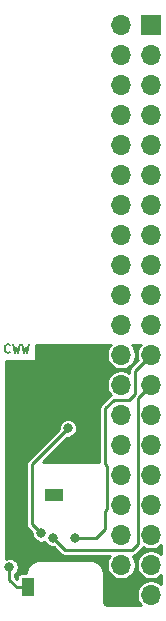
<source format=gbr>
G04 #@! TF.GenerationSoftware,KiCad,Pcbnew,5.1.7-a382d34a8~87~ubuntu18.04.1*
G04 #@! TF.CreationDate,2021-02-14T20:43:55-05:00*
G04 #@! TF.ProjectId,FLASH_MOD,464c4153-485f-44d4-9f44-2e6b69636164,0*
G04 #@! TF.SameCoordinates,Original*
G04 #@! TF.FileFunction,Copper,L1,Top*
G04 #@! TF.FilePolarity,Positive*
%FSLAX46Y46*%
G04 Gerber Fmt 4.6, Leading zero omitted, Abs format (unit mm)*
G04 Created by KiCad (PCBNEW 5.1.7-a382d34a8~87~ubuntu18.04.1) date 2021-02-14 20:43:55*
%MOMM*%
%LPD*%
G01*
G04 APERTURE LIST*
G04 #@! TA.AperFunction,NonConductor*
%ADD10C,0.160000*%
G04 #@! TD*
G04 #@! TA.AperFunction,SMDPad,CuDef*
%ADD11R,1.600000X1.100000*%
G04 #@! TD*
G04 #@! TA.AperFunction,SMDPad,CuDef*
%ADD12R,1.100000X1.600000*%
G04 #@! TD*
G04 #@! TA.AperFunction,ComponentPad*
%ADD13O,1.700000X1.700000*%
G04 #@! TD*
G04 #@! TA.AperFunction,ComponentPad*
%ADD14R,1.700000X1.700000*%
G04 #@! TD*
G04 #@! TA.AperFunction,ViaPad*
%ADD15C,0.800000*%
G04 #@! TD*
G04 #@! TA.AperFunction,Conductor*
%ADD16C,0.254000*%
G04 #@! TD*
G04 #@! TA.AperFunction,Conductor*
%ADD17C,0.250000*%
G04 #@! TD*
G04 #@! TA.AperFunction,Conductor*
%ADD18C,0.100000*%
G04 #@! TD*
G04 APERTURE END LIST*
D10*
X206045666Y-67687000D02*
X206012333Y-67720333D01*
X205912333Y-67753666D01*
X205845666Y-67753666D01*
X205745666Y-67720333D01*
X205679000Y-67653666D01*
X205645666Y-67587000D01*
X205612333Y-67453666D01*
X205612333Y-67353666D01*
X205645666Y-67220333D01*
X205679000Y-67153666D01*
X205745666Y-67087000D01*
X205845666Y-67053666D01*
X205912333Y-67053666D01*
X206012333Y-67087000D01*
X206045666Y-67120333D01*
X206279000Y-67053666D02*
X206445666Y-67753666D01*
X206579000Y-67253666D01*
X206712333Y-67753666D01*
X206879000Y-67053666D01*
X207079000Y-67053666D02*
X207245666Y-67753666D01*
X207379000Y-67253666D01*
X207512333Y-67753666D01*
X207679000Y-67053666D01*
D11*
G04 #@! TO.P,TP1,1*
G04 #@! TO.N,+3V3*
X209800000Y-79850000D03*
G04 #@! TD*
D12*
G04 #@! TO.P,TP2,1*
G04 #@! TO.N,/WMCU_RTS*
X207550000Y-87600000D03*
G04 #@! TD*
D13*
G04 #@! TO.P,U101,10*
G04 #@! TO.N,N/C*
X215460000Y-50160000D03*
G04 #@! TO.P,U101,11*
X218000000Y-52700000D03*
G04 #@! TO.P,U101,12*
X215460000Y-52700000D03*
G04 #@! TO.P,U101,13*
X218000000Y-55240000D03*
G04 #@! TO.P,U101,2*
G04 #@! TO.N,+3V3*
X215460000Y-40000000D03*
G04 #@! TO.P,U101,4*
G04 #@! TO.N,N/C*
X215460000Y-42540000D03*
G04 #@! TO.P,U101,7*
X218000000Y-47620000D03*
G04 #@! TO.P,U101,3*
X218000000Y-42540000D03*
G04 #@! TO.P,U101,9*
X218000000Y-50160000D03*
D14*
G04 #@! TO.P,U101,1*
G04 #@! TO.N,GND*
X218000000Y-40000000D03*
D13*
G04 #@! TO.P,U101,8*
G04 #@! TO.N,N/C*
X215460000Y-47620000D03*
G04 #@! TO.P,U101,5*
X218000000Y-45080000D03*
G04 #@! TO.P,U101,6*
X215460000Y-45080000D03*
G04 #@! TO.P,U101,14*
X215460000Y-55240000D03*
G04 #@! TO.P,U101,15*
X218000000Y-57780000D03*
G04 #@! TO.P,U101,16*
X215460000Y-57780000D03*
G04 #@! TO.P,U101,17*
X218000000Y-60320000D03*
G04 #@! TO.P,U101,18*
X215460000Y-60320000D03*
G04 #@! TO.P,U101,19*
X218000000Y-62860000D03*
G04 #@! TO.P,U101,20*
X215460000Y-62860000D03*
G04 #@! TO.P,U101,21*
X218000000Y-65400000D03*
G04 #@! TO.P,U101,22*
X215460000Y-65400000D03*
G04 #@! TO.P,U101,23*
G04 #@! TO.N,/~LCD_CS*
X218000000Y-67940000D03*
G04 #@! TO.P,U101,24*
G04 #@! TO.N,SPI_SCK*
X215460000Y-67940000D03*
G04 #@! TO.P,U101,25*
G04 #@! TO.N,/LCD_DC*
X218000000Y-70480000D03*
G04 #@! TO.P,U101,26*
G04 #@! TO.N,Net-(JP101-Pad1)*
X215460000Y-70480000D03*
G04 #@! TO.P,U101,27*
G04 #@! TO.N,SPI_MOSI*
X218000000Y-73020000D03*
G04 #@! TO.P,U101,28*
G04 #@! TO.N,Net-(JP102-Pad1)*
X215460000Y-73020000D03*
G04 #@! TO.P,U101,29*
G04 #@! TO.N,N/C*
X218000000Y-75560000D03*
G04 #@! TO.P,U101,30*
X215460000Y-75560000D03*
G04 #@! TO.P,U101,31*
X218000000Y-78100000D03*
G04 #@! TO.P,U101,32*
G04 #@! TO.N,SPI_MISO*
X215460000Y-78100000D03*
G04 #@! TO.P,U101,33*
G04 #@! TO.N,SPI_SCK*
X218000000Y-80640000D03*
G04 #@! TO.P,U101,34*
G04 #@! TO.N,SPI_MOSI*
X215460000Y-80640000D03*
G04 #@! TO.P,U101,35*
G04 #@! TO.N,N/C*
X218000000Y-83180000D03*
G04 #@! TO.P,U101,36*
X215460000Y-83180000D03*
G04 #@! TO.P,U101,37*
X218000000Y-85720000D03*
G04 #@! TO.P,U101,38*
X215460000Y-85720000D03*
G04 #@! TO.P,U101,39*
X218000000Y-88260000D03*
G04 #@! TO.P,U101,40*
G04 #@! TO.N,GND*
X215460000Y-88260000D03*
G04 #@! TD*
D15*
G04 #@! TO.N,GND*
X207137000Y-77089000D03*
X211201000Y-69977000D03*
X207137000Y-74041000D03*
G04 #@! TO.N,/WMCU_RTS*
X205994000Y-85915500D03*
G04 #@! TO.N,/LCD_DC*
X209697303Y-83469454D03*
G04 #@! TO.N,/~LCD_CS*
X211582000Y-83439000D03*
G04 #@! TO.N,Net-(JP1-Pad2)*
X210947000Y-74168000D03*
X208661000Y-83058000D03*
G04 #@! TD*
D16*
G04 #@! TO.N,GND*
X207137000Y-74041000D02*
X207137000Y-77089000D01*
X211201000Y-69977000D02*
X207137000Y-74041000D01*
X207137000Y-82931000D02*
X207137000Y-77089000D01*
X209169000Y-84963000D02*
X207137000Y-82931000D01*
X213420249Y-84963000D02*
X209169000Y-84963000D01*
X214122000Y-85664751D02*
X213420249Y-84963000D01*
X215460000Y-88260000D02*
X214122000Y-86922000D01*
X214122000Y-86922000D02*
X214122000Y-85664751D01*
D17*
G04 #@! TO.N,+3V3*
X215460000Y-40000000D02*
X215460000Y-40160000D01*
D16*
G04 #@! TO.N,/WMCU_RTS*
X207550000Y-87600000D02*
X206599000Y-87600000D01*
X205994000Y-86995000D02*
X205994000Y-85915500D01*
X206599000Y-87600000D02*
X205994000Y-86995000D01*
G04 #@! TO.N,/LCD_DC*
X218000000Y-70480000D02*
X216870599Y-71609401D01*
X216408000Y-84455000D02*
X210682849Y-84455000D01*
X216870599Y-83992401D02*
X216408000Y-84455000D01*
X216870599Y-71609401D02*
X216870599Y-83992401D01*
X210682849Y-84455000D02*
X209697303Y-83469454D01*
G04 #@! TO.N,/~LCD_CS*
X213360000Y-83439000D02*
X211582000Y-83439000D01*
X214122000Y-82677000D02*
X213360000Y-83439000D01*
X214265410Y-81030446D02*
X214122000Y-81173856D01*
X214122000Y-81173856D02*
X214122000Y-82677000D01*
X218000000Y-67940000D02*
X216662000Y-69278000D01*
X214841743Y-71755000D02*
X214122000Y-72474743D01*
X214122000Y-77185144D02*
X214265410Y-77328554D01*
X216662000Y-71230712D02*
X216137712Y-71755000D01*
X216137712Y-71755000D02*
X214841743Y-71755000D01*
X214265410Y-77328554D02*
X214265410Y-81030446D01*
X216662000Y-69278000D02*
X216662000Y-71230712D01*
X214122000Y-72474743D02*
X214122000Y-77185144D01*
G04 #@! TO.N,Net-(JP1-Pad2)*
X207899000Y-77216000D02*
X207899000Y-82296000D01*
X207899000Y-82296000D02*
X208661000Y-83058000D01*
X210947000Y-74168000D02*
X207899000Y-77216000D01*
G04 #@! TD*
G04 #@! TO.N,GND*
X214503820Y-67155283D02*
X214369102Y-67356903D01*
X214276307Y-67580931D01*
X214229000Y-67818757D01*
X214229000Y-68061243D01*
X214276307Y-68299069D01*
X214369102Y-68523097D01*
X214503820Y-68724717D01*
X214675283Y-68896180D01*
X214876903Y-69030898D01*
X215100931Y-69123693D01*
X215338757Y-69171000D01*
X215581243Y-69171000D01*
X215819069Y-69123693D01*
X216043097Y-69030898D01*
X216244717Y-68896180D01*
X216416180Y-68724717D01*
X216550898Y-68523097D01*
X216643693Y-68299069D01*
X216691000Y-68061243D01*
X216691000Y-67818757D01*
X216643693Y-67580931D01*
X216550898Y-67356903D01*
X216416180Y-67155283D01*
X216366897Y-67106000D01*
X217093103Y-67106000D01*
X217043820Y-67155283D01*
X216909102Y-67356903D01*
X216816307Y-67580931D01*
X216769000Y-67818757D01*
X216769000Y-68061243D01*
X216816307Y-68299069D01*
X216847413Y-68374167D01*
X216320435Y-68901145D01*
X216301052Y-68917052D01*
X216237571Y-68994405D01*
X216190399Y-69082658D01*
X216161351Y-69178416D01*
X216154399Y-69249000D01*
X216151543Y-69278000D01*
X216154000Y-69302944D01*
X216154000Y-69463205D01*
X216043097Y-69389102D01*
X215819069Y-69296307D01*
X215581243Y-69249000D01*
X215338757Y-69249000D01*
X215100931Y-69296307D01*
X214876903Y-69389102D01*
X214675283Y-69523820D01*
X214503820Y-69695283D01*
X214369102Y-69896903D01*
X214276307Y-70120931D01*
X214229000Y-70358757D01*
X214229000Y-70601243D01*
X214276307Y-70839069D01*
X214369102Y-71063097D01*
X214503820Y-71264717D01*
X214565659Y-71326556D01*
X214558147Y-71330571D01*
X214503553Y-71375376D01*
X214480795Y-71394052D01*
X214464893Y-71413430D01*
X213780435Y-72097888D01*
X213761052Y-72113795D01*
X213697571Y-72191148D01*
X213650399Y-72279401D01*
X213621351Y-72375159D01*
X213615270Y-72436903D01*
X213611543Y-72474743D01*
X213614000Y-72499687D01*
X213614001Y-77034000D01*
X208799420Y-77034000D01*
X210884421Y-74949000D01*
X211023922Y-74949000D01*
X211174809Y-74918987D01*
X211316942Y-74860113D01*
X211444859Y-74774642D01*
X211553642Y-74665859D01*
X211639113Y-74537942D01*
X211697987Y-74395809D01*
X211728000Y-74244922D01*
X211728000Y-74091078D01*
X211697987Y-73940191D01*
X211639113Y-73798058D01*
X211553642Y-73670141D01*
X211444859Y-73561358D01*
X211316942Y-73475887D01*
X211174809Y-73417013D01*
X211023922Y-73387000D01*
X210870078Y-73387000D01*
X210719191Y-73417013D01*
X210577058Y-73475887D01*
X210449141Y-73561358D01*
X210340358Y-73670141D01*
X210254887Y-73798058D01*
X210196013Y-73940191D01*
X210166000Y-74091078D01*
X210166000Y-74230579D01*
X207557435Y-76839145D01*
X207538052Y-76855052D01*
X207474571Y-76932405D01*
X207427399Y-77020658D01*
X207398351Y-77116416D01*
X207391582Y-77185144D01*
X207388543Y-77216000D01*
X207391000Y-77240944D01*
X207391001Y-82271046D01*
X207388543Y-82296000D01*
X207398352Y-82395584D01*
X207427400Y-82491343D01*
X207474571Y-82579595D01*
X207522150Y-82637570D01*
X207538053Y-82656948D01*
X207557430Y-82672850D01*
X207880000Y-82995420D01*
X207880000Y-83134922D01*
X207910013Y-83285809D01*
X207968887Y-83427942D01*
X208054358Y-83555859D01*
X208163141Y-83664642D01*
X208291058Y-83750113D01*
X208433191Y-83808987D01*
X208584078Y-83839000D01*
X208737922Y-83839000D01*
X208888809Y-83808987D01*
X208977395Y-83772293D01*
X209005190Y-83839396D01*
X209090661Y-83967313D01*
X209199444Y-84076096D01*
X209327361Y-84161567D01*
X209469494Y-84220441D01*
X209620381Y-84250454D01*
X209759883Y-84250454D01*
X210305994Y-84796565D01*
X210321901Y-84815948D01*
X210399254Y-84879429D01*
X210487506Y-84926601D01*
X210583264Y-84955649D01*
X210657902Y-84963000D01*
X210657905Y-84963000D01*
X210682849Y-84965457D01*
X210707793Y-84963000D01*
X214485300Y-84963000D01*
X214369102Y-85136903D01*
X214276307Y-85360931D01*
X214229000Y-85598757D01*
X214229000Y-85841243D01*
X214276307Y-86079069D01*
X214369102Y-86303097D01*
X214503820Y-86504717D01*
X214675283Y-86676180D01*
X214876903Y-86810898D01*
X215100931Y-86903693D01*
X215338757Y-86951000D01*
X215581243Y-86951000D01*
X215819069Y-86903693D01*
X216043097Y-86810898D01*
X216244717Y-86676180D01*
X216416180Y-86504717D01*
X216550898Y-86303097D01*
X216643693Y-86079069D01*
X216691000Y-85841243D01*
X216691000Y-85598757D01*
X216643693Y-85360931D01*
X216550898Y-85136903D01*
X216434592Y-84962838D01*
X216507585Y-84955649D01*
X216603343Y-84926601D01*
X216691595Y-84879429D01*
X216768948Y-84815948D01*
X216784855Y-84796565D01*
X217212164Y-84369256D01*
X217231547Y-84353349D01*
X217295028Y-84275996D01*
X217329109Y-84212236D01*
X217416903Y-84270898D01*
X217640931Y-84363693D01*
X217878757Y-84411000D01*
X218121243Y-84411000D01*
X218359069Y-84363693D01*
X218583097Y-84270898D01*
X218784717Y-84136180D01*
X218834501Y-84086396D01*
X218834501Y-84813604D01*
X218784717Y-84763820D01*
X218583097Y-84629102D01*
X218359069Y-84536307D01*
X218121243Y-84489000D01*
X217878757Y-84489000D01*
X217640931Y-84536307D01*
X217416903Y-84629102D01*
X217215283Y-84763820D01*
X217043820Y-84935283D01*
X216909102Y-85136903D01*
X216816307Y-85360931D01*
X216769000Y-85598757D01*
X216769000Y-85841243D01*
X216816307Y-86079069D01*
X216909102Y-86303097D01*
X217043820Y-86504717D01*
X217215283Y-86676180D01*
X217416903Y-86810898D01*
X217640931Y-86903693D01*
X217878757Y-86951000D01*
X218121243Y-86951000D01*
X218359069Y-86903693D01*
X218583097Y-86810898D01*
X218784717Y-86676180D01*
X218834501Y-86626396D01*
X218834501Y-87353604D01*
X218784717Y-87303820D01*
X218583097Y-87169102D01*
X218359069Y-87076307D01*
X218121243Y-87029000D01*
X217878757Y-87029000D01*
X217640931Y-87076307D01*
X217416903Y-87169102D01*
X217215283Y-87303820D01*
X217043820Y-87475283D01*
X216909102Y-87676903D01*
X216816307Y-87900931D01*
X216769000Y-88138757D01*
X216769000Y-88381243D01*
X216816307Y-88619069D01*
X216909102Y-88843097D01*
X217043820Y-89044717D01*
X217101431Y-89102328D01*
X214291847Y-89098976D01*
X214287074Y-89099440D01*
X214248610Y-89095669D01*
X214187155Y-89077115D01*
X214130472Y-89046976D01*
X214080725Y-89006403D01*
X214039800Y-88956935D01*
X214009270Y-88900469D01*
X213990286Y-88839140D01*
X213981534Y-88755875D01*
X213986040Y-86466681D01*
X213979928Y-86403346D01*
X213973314Y-86381387D01*
X213963575Y-86288727D01*
X213955722Y-86250471D01*
X213948401Y-86212093D01*
X213946662Y-86206331D01*
X213902686Y-86064265D01*
X213887546Y-86028248D01*
X213872914Y-85992033D01*
X213870094Y-85986729D01*
X213870090Y-85986721D01*
X213870085Y-85986714D01*
X213799356Y-85855901D01*
X213777504Y-85823504D01*
X213756121Y-85790828D01*
X213752318Y-85786164D01*
X213657521Y-85671576D01*
X213629787Y-85644035D01*
X213602472Y-85616142D01*
X213597835Y-85612305D01*
X213482588Y-85518313D01*
X213450092Y-85496722D01*
X213417821Y-85474626D01*
X213412530Y-85471765D01*
X213412522Y-85471761D01*
X213281219Y-85401946D01*
X213245081Y-85387051D01*
X213209198Y-85371671D01*
X213203453Y-85369892D01*
X213203447Y-85369890D01*
X213061080Y-85326908D01*
X213022803Y-85319329D01*
X212984550Y-85311198D01*
X212978567Y-85310569D01*
X212978565Y-85310569D01*
X212830558Y-85296057D01*
X212830552Y-85296057D01*
X212810182Y-85294026D01*
X208576847Y-85288976D01*
X208513516Y-85295137D01*
X208489266Y-85302462D01*
X208399227Y-85311925D01*
X208360971Y-85319778D01*
X208322593Y-85327099D01*
X208316831Y-85328838D01*
X208174765Y-85372814D01*
X208138748Y-85387954D01*
X208102533Y-85402586D01*
X208097229Y-85405406D01*
X208097221Y-85405410D01*
X208097214Y-85405415D01*
X207966401Y-85476144D01*
X207934004Y-85497996D01*
X207901328Y-85519379D01*
X207896664Y-85523182D01*
X207782076Y-85617979D01*
X207754535Y-85645713D01*
X207726642Y-85673028D01*
X207722805Y-85677665D01*
X207628813Y-85792912D01*
X207607222Y-85825408D01*
X207585126Y-85857679D01*
X207582264Y-85862973D01*
X207512446Y-85994281D01*
X207497551Y-86030419D01*
X207482171Y-86066302D01*
X207480391Y-86072051D01*
X207437408Y-86214420D01*
X207429829Y-86252697D01*
X207421698Y-86290950D01*
X207421069Y-86296935D01*
X207410668Y-86403013D01*
X207410581Y-86403302D01*
X207409242Y-86417157D01*
X207000000Y-86417157D01*
X206925311Y-86424513D01*
X206853492Y-86446299D01*
X206787304Y-86481678D01*
X206729289Y-86529289D01*
X206681678Y-86587304D01*
X206646299Y-86653492D01*
X206624513Y-86725311D01*
X206617157Y-86800000D01*
X206617157Y-86899737D01*
X206502000Y-86784580D01*
X206502000Y-86512001D01*
X206600642Y-86413359D01*
X206686113Y-86285442D01*
X206744987Y-86143309D01*
X206775000Y-85992422D01*
X206775000Y-85838578D01*
X206744987Y-85687691D01*
X206686113Y-85545558D01*
X206600642Y-85417641D01*
X206491859Y-85308858D01*
X206363942Y-85223387D01*
X206221809Y-85164513D01*
X206070922Y-85134500D01*
X205917078Y-85134500D01*
X205766191Y-85164513D01*
X205663000Y-85207257D01*
X205663000Y-68484000D01*
X208240000Y-68484000D01*
X208240000Y-67106000D01*
X214553103Y-67106000D01*
X214503820Y-67155283D01*
G04 #@! TA.AperFunction,Conductor*
D18*
G36*
X214503820Y-67155283D02*
G01*
X214369102Y-67356903D01*
X214276307Y-67580931D01*
X214229000Y-67818757D01*
X214229000Y-68061243D01*
X214276307Y-68299069D01*
X214369102Y-68523097D01*
X214503820Y-68724717D01*
X214675283Y-68896180D01*
X214876903Y-69030898D01*
X215100931Y-69123693D01*
X215338757Y-69171000D01*
X215581243Y-69171000D01*
X215819069Y-69123693D01*
X216043097Y-69030898D01*
X216244717Y-68896180D01*
X216416180Y-68724717D01*
X216550898Y-68523097D01*
X216643693Y-68299069D01*
X216691000Y-68061243D01*
X216691000Y-67818757D01*
X216643693Y-67580931D01*
X216550898Y-67356903D01*
X216416180Y-67155283D01*
X216366897Y-67106000D01*
X217093103Y-67106000D01*
X217043820Y-67155283D01*
X216909102Y-67356903D01*
X216816307Y-67580931D01*
X216769000Y-67818757D01*
X216769000Y-68061243D01*
X216816307Y-68299069D01*
X216847413Y-68374167D01*
X216320435Y-68901145D01*
X216301052Y-68917052D01*
X216237571Y-68994405D01*
X216190399Y-69082658D01*
X216161351Y-69178416D01*
X216154399Y-69249000D01*
X216151543Y-69278000D01*
X216154000Y-69302944D01*
X216154000Y-69463205D01*
X216043097Y-69389102D01*
X215819069Y-69296307D01*
X215581243Y-69249000D01*
X215338757Y-69249000D01*
X215100931Y-69296307D01*
X214876903Y-69389102D01*
X214675283Y-69523820D01*
X214503820Y-69695283D01*
X214369102Y-69896903D01*
X214276307Y-70120931D01*
X214229000Y-70358757D01*
X214229000Y-70601243D01*
X214276307Y-70839069D01*
X214369102Y-71063097D01*
X214503820Y-71264717D01*
X214565659Y-71326556D01*
X214558147Y-71330571D01*
X214503553Y-71375376D01*
X214480795Y-71394052D01*
X214464893Y-71413430D01*
X213780435Y-72097888D01*
X213761052Y-72113795D01*
X213697571Y-72191148D01*
X213650399Y-72279401D01*
X213621351Y-72375159D01*
X213615270Y-72436903D01*
X213611543Y-72474743D01*
X213614000Y-72499687D01*
X213614001Y-77034000D01*
X208799420Y-77034000D01*
X210884421Y-74949000D01*
X211023922Y-74949000D01*
X211174809Y-74918987D01*
X211316942Y-74860113D01*
X211444859Y-74774642D01*
X211553642Y-74665859D01*
X211639113Y-74537942D01*
X211697987Y-74395809D01*
X211728000Y-74244922D01*
X211728000Y-74091078D01*
X211697987Y-73940191D01*
X211639113Y-73798058D01*
X211553642Y-73670141D01*
X211444859Y-73561358D01*
X211316942Y-73475887D01*
X211174809Y-73417013D01*
X211023922Y-73387000D01*
X210870078Y-73387000D01*
X210719191Y-73417013D01*
X210577058Y-73475887D01*
X210449141Y-73561358D01*
X210340358Y-73670141D01*
X210254887Y-73798058D01*
X210196013Y-73940191D01*
X210166000Y-74091078D01*
X210166000Y-74230579D01*
X207557435Y-76839145D01*
X207538052Y-76855052D01*
X207474571Y-76932405D01*
X207427399Y-77020658D01*
X207398351Y-77116416D01*
X207391582Y-77185144D01*
X207388543Y-77216000D01*
X207391000Y-77240944D01*
X207391001Y-82271046D01*
X207388543Y-82296000D01*
X207398352Y-82395584D01*
X207427400Y-82491343D01*
X207474571Y-82579595D01*
X207522150Y-82637570D01*
X207538053Y-82656948D01*
X207557430Y-82672850D01*
X207880000Y-82995420D01*
X207880000Y-83134922D01*
X207910013Y-83285809D01*
X207968887Y-83427942D01*
X208054358Y-83555859D01*
X208163141Y-83664642D01*
X208291058Y-83750113D01*
X208433191Y-83808987D01*
X208584078Y-83839000D01*
X208737922Y-83839000D01*
X208888809Y-83808987D01*
X208977395Y-83772293D01*
X209005190Y-83839396D01*
X209090661Y-83967313D01*
X209199444Y-84076096D01*
X209327361Y-84161567D01*
X209469494Y-84220441D01*
X209620381Y-84250454D01*
X209759883Y-84250454D01*
X210305994Y-84796565D01*
X210321901Y-84815948D01*
X210399254Y-84879429D01*
X210487506Y-84926601D01*
X210583264Y-84955649D01*
X210657902Y-84963000D01*
X210657905Y-84963000D01*
X210682849Y-84965457D01*
X210707793Y-84963000D01*
X214485300Y-84963000D01*
X214369102Y-85136903D01*
X214276307Y-85360931D01*
X214229000Y-85598757D01*
X214229000Y-85841243D01*
X214276307Y-86079069D01*
X214369102Y-86303097D01*
X214503820Y-86504717D01*
X214675283Y-86676180D01*
X214876903Y-86810898D01*
X215100931Y-86903693D01*
X215338757Y-86951000D01*
X215581243Y-86951000D01*
X215819069Y-86903693D01*
X216043097Y-86810898D01*
X216244717Y-86676180D01*
X216416180Y-86504717D01*
X216550898Y-86303097D01*
X216643693Y-86079069D01*
X216691000Y-85841243D01*
X216691000Y-85598757D01*
X216643693Y-85360931D01*
X216550898Y-85136903D01*
X216434592Y-84962838D01*
X216507585Y-84955649D01*
X216603343Y-84926601D01*
X216691595Y-84879429D01*
X216768948Y-84815948D01*
X216784855Y-84796565D01*
X217212164Y-84369256D01*
X217231547Y-84353349D01*
X217295028Y-84275996D01*
X217329109Y-84212236D01*
X217416903Y-84270898D01*
X217640931Y-84363693D01*
X217878757Y-84411000D01*
X218121243Y-84411000D01*
X218359069Y-84363693D01*
X218583097Y-84270898D01*
X218784717Y-84136180D01*
X218834501Y-84086396D01*
X218834501Y-84813604D01*
X218784717Y-84763820D01*
X218583097Y-84629102D01*
X218359069Y-84536307D01*
X218121243Y-84489000D01*
X217878757Y-84489000D01*
X217640931Y-84536307D01*
X217416903Y-84629102D01*
X217215283Y-84763820D01*
X217043820Y-84935283D01*
X216909102Y-85136903D01*
X216816307Y-85360931D01*
X216769000Y-85598757D01*
X216769000Y-85841243D01*
X216816307Y-86079069D01*
X216909102Y-86303097D01*
X217043820Y-86504717D01*
X217215283Y-86676180D01*
X217416903Y-86810898D01*
X217640931Y-86903693D01*
X217878757Y-86951000D01*
X218121243Y-86951000D01*
X218359069Y-86903693D01*
X218583097Y-86810898D01*
X218784717Y-86676180D01*
X218834501Y-86626396D01*
X218834501Y-87353604D01*
X218784717Y-87303820D01*
X218583097Y-87169102D01*
X218359069Y-87076307D01*
X218121243Y-87029000D01*
X217878757Y-87029000D01*
X217640931Y-87076307D01*
X217416903Y-87169102D01*
X217215283Y-87303820D01*
X217043820Y-87475283D01*
X216909102Y-87676903D01*
X216816307Y-87900931D01*
X216769000Y-88138757D01*
X216769000Y-88381243D01*
X216816307Y-88619069D01*
X216909102Y-88843097D01*
X217043820Y-89044717D01*
X217101431Y-89102328D01*
X214291847Y-89098976D01*
X214287074Y-89099440D01*
X214248610Y-89095669D01*
X214187155Y-89077115D01*
X214130472Y-89046976D01*
X214080725Y-89006403D01*
X214039800Y-88956935D01*
X214009270Y-88900469D01*
X213990286Y-88839140D01*
X213981534Y-88755875D01*
X213986040Y-86466681D01*
X213979928Y-86403346D01*
X213973314Y-86381387D01*
X213963575Y-86288727D01*
X213955722Y-86250471D01*
X213948401Y-86212093D01*
X213946662Y-86206331D01*
X213902686Y-86064265D01*
X213887546Y-86028248D01*
X213872914Y-85992033D01*
X213870094Y-85986729D01*
X213870090Y-85986721D01*
X213870085Y-85986714D01*
X213799356Y-85855901D01*
X213777504Y-85823504D01*
X213756121Y-85790828D01*
X213752318Y-85786164D01*
X213657521Y-85671576D01*
X213629787Y-85644035D01*
X213602472Y-85616142D01*
X213597835Y-85612305D01*
X213482588Y-85518313D01*
X213450092Y-85496722D01*
X213417821Y-85474626D01*
X213412530Y-85471765D01*
X213412522Y-85471761D01*
X213281219Y-85401946D01*
X213245081Y-85387051D01*
X213209198Y-85371671D01*
X213203453Y-85369892D01*
X213203447Y-85369890D01*
X213061080Y-85326908D01*
X213022803Y-85319329D01*
X212984550Y-85311198D01*
X212978567Y-85310569D01*
X212978565Y-85310569D01*
X212830558Y-85296057D01*
X212830552Y-85296057D01*
X212810182Y-85294026D01*
X208576847Y-85288976D01*
X208513516Y-85295137D01*
X208489266Y-85302462D01*
X208399227Y-85311925D01*
X208360971Y-85319778D01*
X208322593Y-85327099D01*
X208316831Y-85328838D01*
X208174765Y-85372814D01*
X208138748Y-85387954D01*
X208102533Y-85402586D01*
X208097229Y-85405406D01*
X208097221Y-85405410D01*
X208097214Y-85405415D01*
X207966401Y-85476144D01*
X207934004Y-85497996D01*
X207901328Y-85519379D01*
X207896664Y-85523182D01*
X207782076Y-85617979D01*
X207754535Y-85645713D01*
X207726642Y-85673028D01*
X207722805Y-85677665D01*
X207628813Y-85792912D01*
X207607222Y-85825408D01*
X207585126Y-85857679D01*
X207582264Y-85862973D01*
X207512446Y-85994281D01*
X207497551Y-86030419D01*
X207482171Y-86066302D01*
X207480391Y-86072051D01*
X207437408Y-86214420D01*
X207429829Y-86252697D01*
X207421698Y-86290950D01*
X207421069Y-86296935D01*
X207410668Y-86403013D01*
X207410581Y-86403302D01*
X207409242Y-86417157D01*
X207000000Y-86417157D01*
X206925311Y-86424513D01*
X206853492Y-86446299D01*
X206787304Y-86481678D01*
X206729289Y-86529289D01*
X206681678Y-86587304D01*
X206646299Y-86653492D01*
X206624513Y-86725311D01*
X206617157Y-86800000D01*
X206617157Y-86899737D01*
X206502000Y-86784580D01*
X206502000Y-86512001D01*
X206600642Y-86413359D01*
X206686113Y-86285442D01*
X206744987Y-86143309D01*
X206775000Y-85992422D01*
X206775000Y-85838578D01*
X206744987Y-85687691D01*
X206686113Y-85545558D01*
X206600642Y-85417641D01*
X206491859Y-85308858D01*
X206363942Y-85223387D01*
X206221809Y-85164513D01*
X206070922Y-85134500D01*
X205917078Y-85134500D01*
X205766191Y-85164513D01*
X205663000Y-85207257D01*
X205663000Y-68484000D01*
X208240000Y-68484000D01*
X208240000Y-67106000D01*
X214553103Y-67106000D01*
X214503820Y-67155283D01*
G37*
G04 #@! TD.AperFunction*
G04 #@! TD*
M02*

</source>
